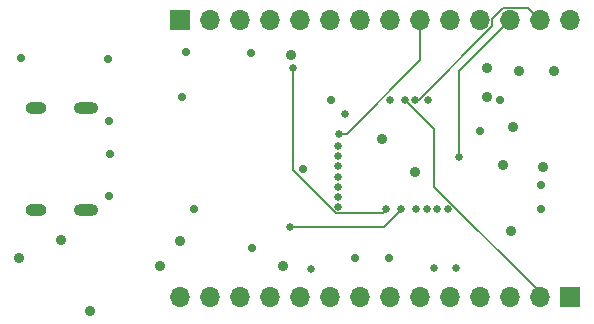
<source format=gbr>
%TF.GenerationSoftware,KiCad,Pcbnew,8.0.4*%
%TF.CreationDate,2024-08-23T17:35:39+03:00*%
%TF.ProjectId,STM32-Pill,53544d33-322d-4506-996c-6c2e6b696361,rev?*%
%TF.SameCoordinates,Original*%
%TF.FileFunction,Copper,L6,Bot*%
%TF.FilePolarity,Positive*%
%FSLAX46Y46*%
G04 Gerber Fmt 4.6, Leading zero omitted, Abs format (unit mm)*
G04 Created by KiCad (PCBNEW 8.0.4) date 2024-08-23 17:35:39*
%MOMM*%
%LPD*%
G01*
G04 APERTURE LIST*
%TA.AperFunction,ComponentPad*%
%ADD10O,1.700000X1.700000*%
%TD*%
%TA.AperFunction,ComponentPad*%
%ADD11R,1.700000X1.700000*%
%TD*%
%TA.AperFunction,ComponentPad*%
%ADD12O,2.100000X1.000000*%
%TD*%
%TA.AperFunction,ComponentPad*%
%ADD13O,1.800000X1.000000*%
%TD*%
%TA.AperFunction,ViaPad*%
%ADD14C,0.650000*%
%TD*%
%TA.AperFunction,ViaPad*%
%ADD15C,0.900000*%
%TD*%
%TA.AperFunction,ViaPad*%
%ADD16C,0.700000*%
%TD*%
%TA.AperFunction,Conductor*%
%ADD17C,0.150000*%
%TD*%
G04 APERTURE END LIST*
D10*
%TO.P,J2,14,Pin_14*%
%TO.N,/PB8*%
X134380000Y-104489231D03*
%TO.P,J2,13,Pin_13*%
%TO.N,/PB9*%
X136920000Y-104489231D03*
%TO.P,J2,12,Pin_12*%
%TO.N,/PA0*%
X139460001Y-104489231D03*
%TO.P,J2,11,Pin_11*%
%TO.N,/PA1*%
X142000000Y-104489231D03*
%TO.P,J2,10,Pin_10*%
%TO.N,/PA2*%
X144540000Y-104489231D03*
%TO.P,J2,9,Pin_9*%
%TO.N,/PA3*%
X147080000Y-104489231D03*
%TO.P,J2,8,Pin_8*%
%TO.N,/PA4*%
X149619999Y-104489231D03*
%TO.P,J2,7,Pin_7*%
%TO.N,/PA5*%
X152160000Y-104489231D03*
%TO.P,J2,6,Pin_6*%
%TO.N,/PA6*%
X154700000Y-104489231D03*
%TO.P,J2,5,Pin_5*%
%TO.N,/PA7*%
X157240000Y-104489231D03*
%TO.P,J2,4,Pin_4*%
%TO.N,/PA8*%
X159780000Y-104489231D03*
%TO.P,J2,3,Pin_3*%
%TO.N,/PA9*%
X162320001Y-104489231D03*
%TO.P,J2,2,Pin_2*%
%TO.N,/PE4*%
X164860000Y-104489231D03*
D11*
%TO.P,J2,1,Pin_1*%
%TO.N,GND*%
X167400000Y-104489231D03*
%TD*%
D12*
%TO.P,J1,S1,SHIELD*%
%TO.N,Net-(J1-SHIELD)*%
X126415000Y-88480001D03*
D13*
X122235000Y-88480001D03*
D12*
X126415000Y-97120001D03*
D13*
X122235000Y-97120001D03*
%TD*%
D11*
%TO.P,J3,1,Pin_1*%
%TO.N,GND*%
X134390000Y-81089231D03*
D10*
%TO.P,J3,2,Pin_2*%
%TO.N,+3.3V*%
X136930000Y-81089231D03*
%TO.P,J3,3,Pin_3*%
%TO.N,/PB7*%
X139469999Y-81089231D03*
%TO.P,J3,4,Pin_4*%
%TO.N,/PB6*%
X142010000Y-81089231D03*
%TO.P,J3,5,Pin_5*%
%TO.N,/PB5*%
X144550000Y-81089231D03*
%TO.P,J3,6,Pin_6*%
%TO.N,/PB4*%
X147090000Y-81089231D03*
%TO.P,J3,7,Pin_7*%
%TO.N,/PB3*%
X149630000Y-81089231D03*
%TO.P,J3,8,Pin_8*%
%TO.N,/PA14*%
X152170001Y-81089231D03*
%TO.P,J3,9,Pin_9*%
%TO.N,/PA13*%
X154710000Y-81089231D03*
%TO.P,J3,10,Pin_10*%
%TO.N,/PA10*%
X157250000Y-81089231D03*
%TO.P,J3,11,Pin_11*%
%TO.N,/PA15*%
X159790000Y-81089231D03*
%TO.P,J3,12,Pin_12*%
%TO.N,/PB2*%
X162329999Y-81089231D03*
%TO.P,J3,13,Pin_13*%
%TO.N,/PB1*%
X164870000Y-81089231D03*
%TO.P,J3,14,Pin_14*%
%TO.N,/PB0*%
X167410000Y-81089231D03*
%TD*%
D14*
%TO.N,/PE4*%
X153400000Y-87800000D03*
%TO.N,/PB0*%
X155400000Y-87800000D03*
%TO.N,/PB1*%
X154300000Y-87800000D03*
%TO.N,/PB2*%
X158000000Y-92700000D03*
%TO.N,/PA13*%
X147829231Y-90689231D03*
%TO.N,/NRST*%
X153105000Y-97089231D03*
D15*
%TO.N,GND*%
X120800000Y-101200000D03*
X124300000Y-99700000D03*
X126800000Y-105700000D03*
X132700000Y-101900000D03*
D14*
X145500000Y-102116901D03*
D15*
%TO.N,+3.3V*%
X143800000Y-84000000D03*
X143100000Y-101900000D03*
X134350000Y-99750000D03*
%TO.N,GND*%
X154300000Y-93900000D03*
X151500000Y-91100000D03*
D14*
%TO.N,/BOOT0*%
X151795000Y-97089231D03*
D15*
%TO.N,GND*%
X160400000Y-85100000D03*
X166075000Y-85400000D03*
X163100000Y-85400000D03*
X165100000Y-93500000D03*
X162600000Y-90100000D03*
%TO.N,+3.3V*%
X160400000Y-87600000D03*
D16*
%TO.N,GND*%
X164950000Y-95000000D03*
D14*
X157789561Y-102100000D03*
D16*
X128491617Y-92400000D03*
X120900000Y-84300001D03*
X140450001Y-100400000D03*
X128300000Y-84400001D03*
X149250000Y-101235789D03*
X144800000Y-93700000D03*
X140400000Y-83900001D03*
X147200000Y-87800000D03*
X134600000Y-87600000D03*
X128400000Y-89600001D03*
X152050000Y-101235789D03*
X159800000Y-90489231D03*
X128400000Y-96000001D03*
D14*
X152200000Y-87800000D03*
D16*
X161500000Y-87800000D03*
X164950000Y-97039231D03*
D14*
%TO.N,+3.3V*%
X155889561Y-102100000D03*
D15*
X161747099Y-93373177D03*
D16*
X134900000Y-83800001D03*
D15*
X162450000Y-98889231D03*
D14*
%TO.N,/NRST*%
X143700000Y-98600000D03*
%TO.N,/BOOT0*%
X143960439Y-85089231D03*
%TO.N,/PA2*%
X156187500Y-97089231D03*
%TO.N,/PA1*%
X155275000Y-97089231D03*
%TO.N,/PA10*%
X148400000Y-89000000D03*
%TO.N,/PA3*%
X157100000Y-97089231D03*
%TO.N,/PA0*%
X154362500Y-97089231D03*
%TO.N,/PB5*%
X147800000Y-95183332D03*
%TO.N,/PB6*%
X147800000Y-96041665D03*
%TO.N,/PB4*%
X147800000Y-94324999D03*
%TO.N,/PB7*%
X147800000Y-96900000D03*
%TO.N,/PA15*%
X147800000Y-92608333D03*
%TO.N,/PB3*%
X147800000Y-93466666D03*
D16*
%TO.N,GND*%
X135600000Y-97100000D03*
D14*
%TO.N,/PA14*%
X147800000Y-91750000D03*
%TD*%
D17*
%TO.N,/PA13*%
X148510769Y-90689231D02*
X154710000Y-84490000D01*
X147829231Y-90689231D02*
X148510769Y-90689231D01*
X154710000Y-84490000D02*
X154710000Y-81089231D01*
%TO.N,/NRST*%
X151688311Y-98600000D02*
X143700000Y-98600000D01*
X153105000Y-97183311D02*
X151688311Y-98600000D01*
%TO.N,/BOOT0*%
X143960439Y-93795831D02*
X143960439Y-85089231D01*
X151575000Y-97420000D02*
X147584608Y-97420000D01*
X151795000Y-97200000D02*
X151575000Y-97420000D01*
X147584608Y-97420000D02*
X143960439Y-93795831D01*
%TO.N,/PE4*%
X153400000Y-87800000D02*
X155920000Y-90320000D01*
X155920000Y-90320000D02*
X155920000Y-95173839D01*
X155920000Y-95173839D02*
X164860000Y-104113839D01*
X164860000Y-104113839D02*
X164860000Y-104489231D01*
%TO.N,/PB2*%
X158000000Y-85419230D02*
X162329999Y-81089231D01*
X158000000Y-92700000D02*
X158000000Y-85419230D01*
%TO.N,/PB1*%
X154600000Y-87800000D02*
X154300000Y-87800000D01*
X160835000Y-81565000D02*
X154600000Y-87800000D01*
X160835000Y-80965000D02*
X160835000Y-81565000D01*
X161755769Y-80044231D02*
X160835000Y-80965000D01*
X163825000Y-80044231D02*
X161755769Y-80044231D01*
X164870000Y-81089231D02*
X163825000Y-80044231D01*
%TD*%
M02*

</source>
